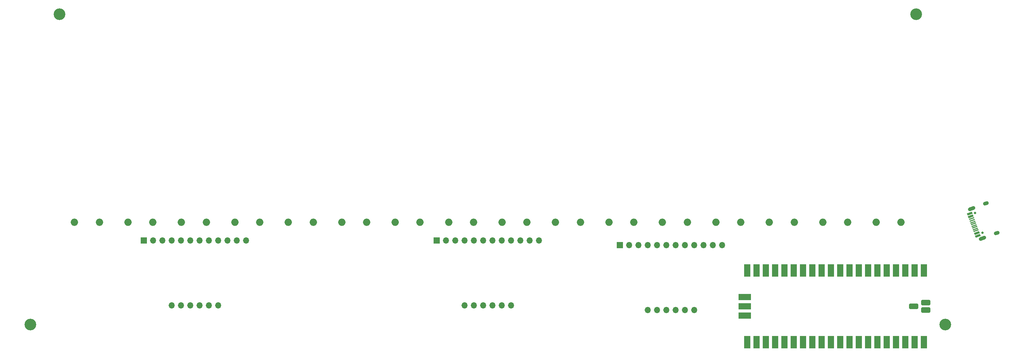
<source format=gbs>
%TF.GenerationSoftware,KiCad,Pcbnew,(6.0.7)*%
%TF.CreationDate,2023-08-09T20:53:38+08:00*%
%TF.ProjectId,chu_main,6368755f-6d61-4696-9e2e-6b696361645f,rev?*%
%TF.SameCoordinates,Original*%
%TF.FileFunction,Soldermask,Bot*%
%TF.FilePolarity,Negative*%
%FSLAX46Y46*%
G04 Gerber Fmt 4.6, Leading zero omitted, Abs format (unit mm)*
G04 Created by KiCad (PCBNEW (6.0.7)) date 2023-08-09 20:53:38*
%MOMM*%
%LPD*%
G01*
G04 APERTURE LIST*
G04 Aperture macros list*
%AMRoundRect*
0 Rectangle with rounded corners*
0 $1 Rounding radius*
0 $2 $3 $4 $5 $6 $7 $8 $9 X,Y pos of 4 corners*
0 Add a 4 corners polygon primitive as box body*
4,1,4,$2,$3,$4,$5,$6,$7,$8,$9,$2,$3,0*
0 Add four circle primitives for the rounded corners*
1,1,$1+$1,$2,$3*
1,1,$1+$1,$4,$5*
1,1,$1+$1,$6,$7*
1,1,$1+$1,$8,$9*
0 Add four rect primitives between the rounded corners*
20,1,$1+$1,$2,$3,$4,$5,0*
20,1,$1+$1,$4,$5,$6,$7,0*
20,1,$1+$1,$6,$7,$8,$9,0*
20,1,$1+$1,$8,$9,$2,$3,0*%
%AMHorizOval*
0 Thick line with rounded ends*
0 $1 width*
0 $2 $3 position (X,Y) of the first rounded end (center of the circle)*
0 $4 $5 position (X,Y) of the second rounded end (center of the circle)*
0 Add line between two ends*
20,1,$1,$2,$3,$4,$5,0*
0 Add two circle primitives to create the rounded ends*
1,1,$1,$2,$3*
1,1,$1,$4,$5*%
%AMRotRect*
0 Rectangle, with rotation*
0 The origin of the aperture is its center*
0 $1 length*
0 $2 width*
0 $3 Rotation angle, in degrees counterclockwise*
0 Add horizontal line*
21,1,$1,$2,0,0,$3*%
G04 Aperture macros list end*
%ADD10O,2.000000X2.000000*%
%ADD11C,3.200000*%
%ADD12O,1.700000X1.700000*%
%ADD13R,1.700000X1.700000*%
%ADD14C,0.650000*%
%ADD15RotRect,0.600000X1.450000X290.000000*%
%ADD16RotRect,0.300000X1.450000X290.000000*%
%ADD17HorizOval,1.000000X-0.516831X-0.188111X0.516831X0.188111X0*%
%ADD18HorizOval,1.000000X-0.281908X-0.102606X0.281908X0.102606X0*%
%ADD19RoundRect,0.300000X0.950000X-0.450000X0.950000X0.450000X-0.950000X0.450000X-0.950000X-0.450000X0*%
%ADD20R,3.500000X1.700000*%
%ADD21R,1.700000X3.500000*%
G04 APERTURE END LIST*
D10*
%TO.C,K32*%
X320296000Y-119074000D03*
X327096000Y-119074000D03*
%TD*%
%TO.C,K10*%
X159696000Y-119074000D03*
X166496000Y-119074000D03*
%TD*%
%TO.C,K8*%
X145096000Y-119074000D03*
X151896000Y-119074000D03*
%TD*%
%TO.C,K2*%
X101296000Y-119074000D03*
X108096000Y-119074000D03*
%TD*%
%TO.C,K30*%
X305696000Y-119074000D03*
X312496000Y-119074000D03*
%TD*%
%TO.C,K4*%
X115896000Y-119074000D03*
X122696000Y-119074000D03*
%TD*%
%TO.C,K16*%
X203496000Y-119074000D03*
X210296000Y-119074000D03*
%TD*%
%TO.C,K24*%
X261896000Y-119074000D03*
X268696000Y-119074000D03*
%TD*%
%TO.C,K18*%
X218096000Y-119074000D03*
X224896000Y-119074000D03*
%TD*%
%TO.C,K6*%
X130496000Y-119074000D03*
X137296000Y-119074000D03*
%TD*%
D11*
%TO.C,SCR4*%
X339196000Y-147074000D03*
%TD*%
D10*
%TO.C,K20*%
X232696000Y-119074000D03*
X239496000Y-119074000D03*
%TD*%
%TO.C,K22*%
X247296000Y-119074000D03*
X254096000Y-119074000D03*
%TD*%
D11*
%TO.C,SCR3*%
X89196000Y-147074000D03*
%TD*%
D10*
%TO.C,K26*%
X276496000Y-119074000D03*
X283296000Y-119074000D03*
%TD*%
%TO.C,K28*%
X291096000Y-119074000D03*
X297896000Y-119074000D03*
%TD*%
%TO.C,K14*%
X188896000Y-119074000D03*
X195696000Y-119074000D03*
%TD*%
D11*
%TO.C,SCR2*%
X331196000Y-62074000D03*
%TD*%
D10*
%TO.C,K12*%
X174296000Y-119074000D03*
X181096000Y-119074000D03*
%TD*%
D11*
%TO.C,SCR1*%
X97196000Y-62074000D03*
%TD*%
D12*
%TO.C,U3*%
X140546000Y-141854000D03*
X148166000Y-124074000D03*
X145626000Y-124074000D03*
X143086000Y-124074000D03*
X140546000Y-124074000D03*
X138006000Y-124074000D03*
X135466000Y-124074000D03*
X132926000Y-124074000D03*
X130386000Y-124074000D03*
X127846000Y-124074000D03*
X125306000Y-124074000D03*
X122766000Y-124074000D03*
D13*
X120226000Y-124074000D03*
D12*
X127846000Y-141854000D03*
X130386000Y-141854000D03*
X132926000Y-141854000D03*
X135466000Y-141854000D03*
X138006000Y-141854000D03*
%TD*%
%TO.C,U4*%
X220546000Y-141854000D03*
X228166000Y-124074000D03*
X225626000Y-124074000D03*
X223086000Y-124074000D03*
X220546000Y-124074000D03*
X218006000Y-124074000D03*
X215466000Y-124074000D03*
X212926000Y-124074000D03*
X210386000Y-124074000D03*
X207846000Y-124074000D03*
X205306000Y-124074000D03*
X202766000Y-124074000D03*
D13*
X200226000Y-124074000D03*
D12*
X207846000Y-141854000D03*
X210386000Y-141854000D03*
X212926000Y-141854000D03*
X215466000Y-141854000D03*
X218006000Y-141854000D03*
%TD*%
D14*
%TO.C,USB1*%
X349311359Y-121927338D03*
X347334483Y-116495914D03*
D15*
X345862050Y-116675336D03*
X346127116Y-117403598D03*
D16*
X346366530Y-118061383D03*
X346537540Y-118531229D03*
X346708550Y-119001076D03*
X346879560Y-119470922D03*
X347050570Y-119940768D03*
X347221580Y-120410614D03*
X347392590Y-120880461D03*
X347563601Y-121350307D03*
D15*
X347803015Y-122008092D03*
X348068080Y-122736354D03*
D17*
X346347357Y-115333424D03*
X349302411Y-123452369D03*
D18*
X353230326Y-122022724D03*
X350275272Y-113903780D03*
%TD*%
D12*
%TO.C,U5*%
X270546000Y-143054000D03*
X278166000Y-125274000D03*
X275626000Y-125274000D03*
X273086000Y-125274000D03*
X270546000Y-125274000D03*
X268006000Y-125274000D03*
X265466000Y-125274000D03*
X262926000Y-125274000D03*
X260386000Y-125274000D03*
X257846000Y-125274000D03*
X255306000Y-125274000D03*
X252766000Y-125274000D03*
D13*
X250226000Y-125274000D03*
D12*
X257846000Y-143054000D03*
X260386000Y-143054000D03*
X262926000Y-143054000D03*
X265466000Y-143054000D03*
X268006000Y-143054000D03*
%TD*%
D19*
%TO.C,U1*%
X333866000Y-143074000D03*
X333846000Y-141074000D03*
X330566000Y-142074000D03*
D20*
X284396000Y-139534000D03*
X284396000Y-142074000D03*
X284396000Y-144614000D03*
D21*
X333326000Y-132274000D03*
X330786000Y-132274000D03*
X328246000Y-132274000D03*
X325706000Y-132274000D03*
X323166000Y-132274000D03*
X320626000Y-132274000D03*
X318086000Y-132274000D03*
X315546000Y-132274000D03*
X313006000Y-132274000D03*
X310466000Y-132274000D03*
X307926000Y-132274000D03*
X305386000Y-132274000D03*
X302846000Y-132274000D03*
X300306000Y-132274000D03*
X297766000Y-132274000D03*
X295226000Y-132274000D03*
X292686000Y-132274000D03*
X290146000Y-132274000D03*
X287606000Y-132274000D03*
X285066000Y-132274000D03*
X285066000Y-151874000D03*
X287606000Y-151874000D03*
X290146000Y-151874000D03*
X292686000Y-151874000D03*
X295226000Y-151874000D03*
X297766000Y-151874000D03*
X300306000Y-151874000D03*
X302846000Y-151874000D03*
X305386000Y-151874000D03*
X307926000Y-151874000D03*
X310466000Y-151874000D03*
X313006000Y-151874000D03*
X315546000Y-151874000D03*
X318086000Y-151874000D03*
X320626000Y-151874000D03*
X323166000Y-151874000D03*
X325706000Y-151874000D03*
X328246000Y-151874000D03*
X330786000Y-151874000D03*
X333326000Y-151874000D03*
%TD*%
M02*

</source>
